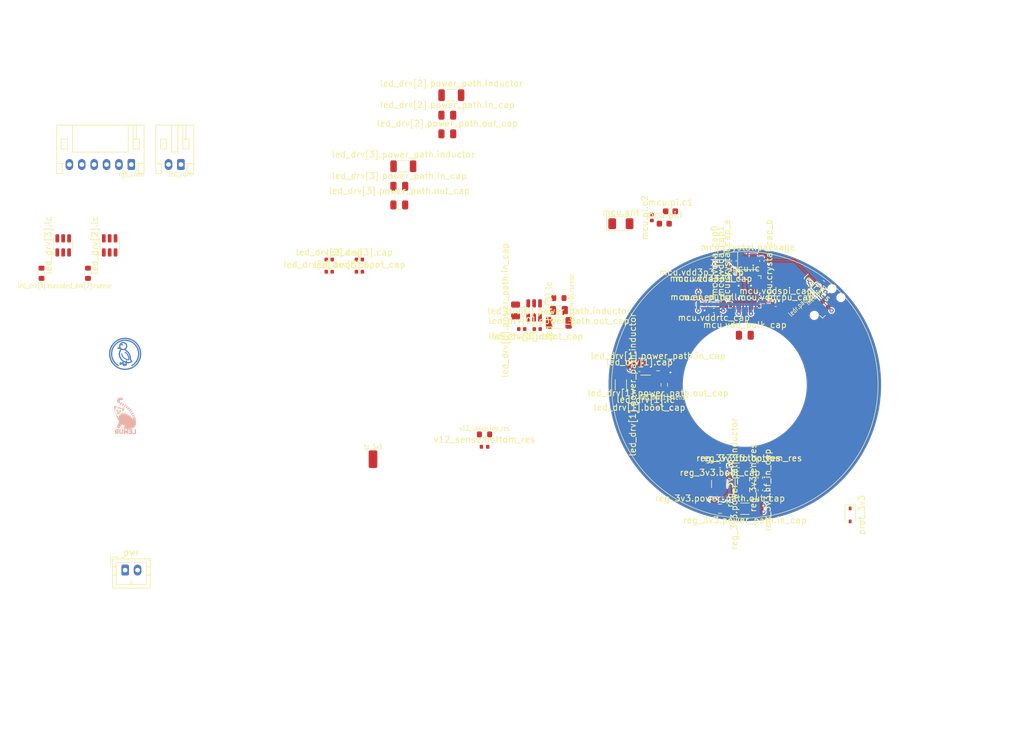
<source format=kicad_pcb>
(kicad_pcb (version 20240108) (generator "pcbnew") (generator_version "8.0")
  (layers (0 "F.Cu" signal) (31 "B.Cu" signal) (34 "B.Paste" user) (35 "F.Paste" user) (36 "B.SilkS" user "B.Silkscreen") (37 "F.SilkS" user "F.Silkscreen") (38 "B.Mask" user) (39 "F.Mask" user) (44 "Edge.Cuts" user))
  (net 0 "")
  (net 1 "Lv3v3")
  (net 2 "Lgnd")
  (net 3 "Lled_drv[3].ledk")
  (net 4 "Lled_drv[2].ledk")
  (net 5 "Lled_drv[1].ledk")
  (net 6 "Lled_drv[0].ledk")
  (net 7 "Lv12")
  (net 8 "Lv12_sense.output")
  (net 9 "Lledr.res.a")
  (net 10 "Lreg_3v3.fb.output")
  (net 11 "Lmcu.program_en_node")
  (net 12 "Lreg_3v3.en_res.b")
  (net 13 "Lreg_3v3.boot_cap.pos")
  (net 14 "Lreg_3v3.boot_cap.neg")
  (net 15 "Lled_drv[2].boot_cap.pos")
  (net 16 "Lled_drv[2].pwm")
  (net 17 "Lled_drv[2].boot_cap.neg")
  (net 18 "Lled_drv[3].boot_cap.pos")
  (net 19 "Lled_drv[3].boot_cap.neg")
  (net 20 "Lled_drv[3].pwm")
  (net 21 "Lled_drv[1].boot_cap.neg")
  (net 22 "Lled_drv[1].boot_cap.pos")
  (net 23 "Lled_drv[1].pwm")
  (net 24 "Lled_drv[0].boot_cap.pos")
  (net 25 "Lled_drv[0].boot_cap.neg")
  (net 26 "Lled_drv[0].pwm")
  (net 27 "Lmcu.ic.vdd3p3")
  (net 28 "Lmcu.xtal_node.xo")
  (net 29 "Lmcu.ic.lna_in")
  (net 30 "Lmcu.xtal_node.xi")
  (net 31 "Lmcu.program_uart_node.a_tx")
  (net 32 "Lmcu.program_uart_node.b_tx")
  (net 33 "Lmcu.program_boot_node")
  (net 34 "Lled_drv[3].leda")
  (net 35 "Lled_drv[2].leda")
  (net 36 "Lled_drv[1].leda")
  (net 37 "Lled_drv[0].leda")
  (net 38 "Lmcu.pi.output")
  (footprint "Capacitor_SMD:C_0402_1005Metric" (layer "F.Cu") (at 198.25 80 90)
    (property "Reference" "mcu.crystal.cap_a")
    (property "Value" "50V 18pF C0G ±5% 0402 Multilayer Ceramic Capacitors MLCC - SMD/SMT ROHS")
  )
  (footprint "Inductor_SMD:L_1206_3216Metric" (layer "F.Cu") (at 180 100 -90)
    (property "Reference" "led_drv[1].power_path.inductor")
    (property "Value" "980mA 4.7uH ±20% 320m? 1206 Inductors (SMD) ROHS")
  )
  (footprint "Inductor_SMD:L_1210_3225Metric" (layer "F.Cu") (at 196 116 -90)
    (property "Reference" "reg_3v3.power_path.inductor")
    (property "Value" "620mA 22uH ±10% 270m? 1210 Inductors (SMD) ROHS")
  )
  (footprint "MountingHole:MountingHole_2.7mm_M2.5" (layer "F.Cu") (at 108.660254 95)
    (property "Reference" "REF**" (hide yes))
    (property "Value" "MountingHole_2.7mm_M2.5")
  )
  (footprint "Resistor_SMD:R_0402_1005Metric" (layer "F.Cu") (at 202.5 115 90)
    (property "Reference" "reg_3v3.en_res")
    (property "Value" "±1% 1/16W Thick Film Resistors 50V ±100ppm/? -55?~+155? 510k? 0402 Chip Resistor - Surface Mount ROHS")
  )
  (footprint "Capacitor_SMD:C_0402_1005Metric" (layer "F.Cu") (at 202.5 117 -90)
    (property "Reference" "reg_3v3.hf_in_cap")
    (property "Value" "50V 100nF X7R ±10% 0402 Multilayer Ceramic Capacitors MLCC - SMD/SMT ROHS")
  )
  (footprint "Connector:Tag-Connect_TC2030-IDC-NL_2x03_P1.27mm_Vertical" (layer "F.Cu") (at 213 87 45)
    (property "Reference" "mcu.prog")
    (property "Value" "")
  )
  (footprint "Capacitor_SMD:C_0402_1005Metric" (layer "F.Cu") (at 132.93 79.78)
    (property "Reference" "led_drv[2].cap")
    (property "Value" "50V 100nF X7R ±10% 0402 Multilayer Ceramic Capacitors MLCC - SMD/SMT ROHS")
  )
  (footprint "Capacitor_SMD:C_0603_1608Metric" (layer "F.Cu") (at 188 72)
    (property "Reference" "mcu.pi.c1")
    (property "Value" "50V 8.2pF C0G ±0.25pF 0603 Multilayer Ceramic Capacitors MLCC - SMD/SMT ROHS")
  )
  (footprint "edg:JlcToolingHole_1.152mm" (layer "F.Cu") (at 112.5 62.5)
    (property "Reference" "jlc_th.th2" (hide yes))
    (property "Value" "")
  )
  (footprint "Capacitor_SMD:C_0805_2012Metric" (layer "F.Cu") (at 151.99 56.49)
    (property "Reference" "led_drv[2].power_path.in_cap")
    (property "Value" "50V 10uF X5R ±10% 0805 Multilayer Ceramic Capacitors MLCC - SMD/SMT ROHS")
  )
  (footprint "Package_DFN_QFN:QFN-32-1EP_5x5mm_P0.5mm_EP3.65x3.65mm" (layer "F.Cu") (at 200 85)
    (property "Reference" "mcu.ic")
    (property "Value" "ESP32-C3FH4")
  )
  (footprint "Resistor_SMD:R_0402_1005Metric" (layer "F.Cu") (at 158 110)
    (property "Reference" "v12_sense.bottom_res")
    (property "Value" "±1% 1/16W Thick Film Resistors 50V ±100ppm/? -55?~+155? 10k? 0402 Chip Resistor - Surface Mount ROHS")
  )
  (footprint "Resistor_SMD:R_0402_1005Metric" (layer "F.Cu") (at 193 87)
    (property "Reference" "mcu.en_pull.r")
    (property "Value" "±1% 1/16W Thick Film Resistors 50V ±100ppm/? -55?~+155? 10k? 0402 Chip Resistor - Surface Mount ROHS")
  )
  (footprint "Capacitor_SMD:C_0805_2012Metric" (layer "F.Cu") (at 196 120)
    (property "Reference" "reg_3v3.power_path.out_cap")
    (property "Value" "X5R 25V ±10% 10uF 0805 Multilayer Ceramic Capacitors MLCC - SMD/SMT ROHS")
  )
  (footprint "Capacitor_SMD:C_0805_2012Metric" (layer "F.Cu") (at 170 88 180)
    (property "Reference" "led_drv[0].power_path.out_cap")
    (property "Value" "X5R 25V ±10% 10uF 0805 Multilayer Ceramic Capacitors MLCC - SMD/SMT ROHS")
  )
  (footprint "Resistor_SMD:R_0603_1608Metric" (layer "F.Cu") (at 158 108 180)
    (property "Reference" "v12_sense.top_res")
    (property "Value" "±1% 1/10W Thick Film Resistors 75V ±100ppm/? -55?~+155? 91k? 0603 Chip Resistor - Surface Mount ROHS")
  )
  (footprint "edg:JlcToolingHole_1.152mm" (layer "F.Cu") (at 112.5 137.5)
    (property "Reference" "jlc_th.th1" (hide yes))
    (property "Value" "")
  )
  (footprint "Resistor_SMD:R_0603_1608Metric" (layer "F.Cu") (at 187 100 -90)
    (property "Reference" "led_drv[1].rsense")
    (property "Value" "±1% 1/10W Thick Film Resistors 75V ±300ppm/? -55?~+155? 0.15? 0603 Chip Resistor - Surface Mount ROHS")
  )
  (footprint "LED_SMD:LED_0603_1608Metric" (layer "F.Cu") (at 211 85 -135)
    (property "Reference" "ledr.package")
    (property "Value" "Red 615~630nm 1.9~2.2V 0603 Light Emitting Diodes (LED) RoHS")
  )
  (footprint "Capacitor_SMD:C_0402_1005Metric" (layer "F.Cu") (at 193 83)
    (property "Reference" "mcu.vdd3p3_l_cap")
    (property "Value" "16V 100nF X7R ±10% 0402 Multilayer Ceramic Capacitors MLCC - SMD/SMT ROHS")
  )
  (footprint "Capacitor_SMD:C_0805_2012Metric" (layer "F.Cu") (at 144.24 70.97)
    (property "Reference" "led_drv[3].power_path.out_cap")
    (property "Value" "X5R 25V ±10% 10uF 0805 Multilayer Ceramic Capacitors MLCC - SMD/SMT ROHS")
  )
  (footprint "Package_TO_SOT_SMD:SOT-23-6" (layer "F.Cu") (at 90 77.5 90)
    (property "Reference" "led_drv[3].ic")
    (property "Value" "TPS92200D2DDCR")
  )
  (footprint "Capacitor_SMD:C_0402_1005Metric" (layer "F.Cu") (at 166.5 91 180)
    (property "Reference" "led_drv[0].boot_cap")
    (property "Value" "16V 100nF X7R ±10% 0402 Multilayer Ceramic Capacitors MLCC - SMD/SMT ROHS")
  )
  (footprint "Inductor_SMD:L_1206_3216Metric" (layer "F.Cu") (at 152.64 53.26)
    (property "Reference" "led_drv[2].power_path.inductor")
    (property "Value" "980mA 4.7uH ±20% 320m? 1206 Inductors (SMD) ROHS")
  )
  (footprint "Diode_SMD:D_1206_3216Metric" (layer "F.Cu") (at 180 74)
    (property "Reference" "mcu.ant")
    (property "Value" "1206 Antennas ROHS")
  )
  (footprint "Capacitor_SMD:C_0805_2012Metric" (layer "F.Cu") (at 186 103)
    (property "Reference" "led_drv[1].power_path.out_cap")
    (property "Value" "X5R 25V ±10% 10uF 0805 Multilayer Ceramic Capacitors MLCC - SMD/SMT ROHS")
  )
  (footprint "Capacitor_SMD:C_0402_1005Metric" (layer "F.Cu") (at 132.93 81.75)
    (property "Reference" "led_drv[2].boot_cap")
    (property "Value" "16V 100nF X7R ±10% 0402 Multilayer Ceramic Capacitors MLCC - SMD/SMT ROHS")
  )
  (footprint "MountingHole:MountingHole_2.7mm_M2.5" (layer "F.Cu") (at 108.660254 105)
    (property "Reference" "REF**" (hide yes))
    (property "Value" "MountingHole_2.7mm_M2.5")
  )
  (footprint "Capacitor_SMD:C_0402_1005Metric" (layer "F.Cu") (at 205 86)
    (property "Reference" "mcu.vddspi_cap")
    (property "Value" "25V 1uF X5R ±10% 0402 Multilayer Ceramic Capacitors MLCC - SMD/SMT ROHS")
  )
  (footprint "Capacitor_SMD:C_0805_2012Metric" (layer "F.Cu") (at 186 97)
    (property "Reference" "led_drv[1].power_path.in_cap")
    (property "Value" "50V 10uF X5R ±10% 0805 Multilayer Ceramic Capacitors MLCC - SMD/SMT ROHS")
  )
  (footprint "Diode_SMD:D_SOD-323" (layer "F.Cu") (at 217 121 -90)
    (property "Reference" "prot_3v3")
    (property "Value" "5?A@1V 90? Single 3.53V~3.67V 200mW 3.6V SOD-323 Zener Diodes ROHS")
  )
  (footprint "Package_TO_SOT_SMD:SOT-23-6" (layer "F.Cu") (at 184 100 180)
    (property "Reference" "led_drv[1].ic")
    (property "Value" "TPS92200D2DDCR")
  )
  (footprint "edg:TestPoint_TE_RCT_0805" (layer "F.Cu") (at 140 112 -90)
    (property "Reference" "tp_3v3")
    (property "Value" "v3v3")
  )
  (footprint "MountingHole:MountingHole_2.7mm_M2.5" (layer "F.Cu") (at 90 100)
    (property "Reference" "REF**" (hide yes))
    (property "Value" "MountingHole_2.7mm_M2.5")
  )
  (footprint "Resistor_SMD:R_0402_1005Metric" (layer "F.Cu") (at 212.5 83.5 135)
    (property "Reference" "ledr.res")
    (property "Value" "±1% 1/16W Thick Film Resistors 50V ±100ppm/? -55?~+155? 2.4k? 0402 Chip Resistor - Surface Mount ROHS")
  )
  (footprint "Connector_JST:JST_PH_S2B-PH-K_1x02_P2.00mm_Horizontal" (layer "F.Cu") (at 109 64.45 180)
    (property "Reference" "led_conn")
    (property "Value" "S2B-PH-K")
  )
  (footprint "Capacitor_SMD:C_0402_1005Metric" (layer "F.Cu") (at 196.25 80 90)
    (property "Reference" "mcu.vdda_cap0")
    (property "Value" "25V 1uF X5R ±10% 0402 Multilayer Ceramic Capacitors MLCC - SMD/SMT ROHS")
  )
  (footprint "Connector_JST:JST_PH_B2B-PH-K_1x02_P2.00mm_Vertical" (layer "F.Cu") (at 100 129.9)
    (property "Reference" "pwr")
    (property "Value" "B2B-PH-K")
  )
  (footprint "Capacitor_SMD:C_0402_1005Metric" (layer "F.Cu") (at 196 113 180)
    (property "Reference" "reg_3v3.boot_cap")
    (property "Value" "16V 100nF X7R ±10% 0402 Multilayer Ceramic Capacitors MLCC - SMD/SMT ROHS")
  )
  (footprint "Connector_JST:JST_PH_S6B-PH-K_1x06_P2.00mm_Horizontal" (layer "F.Cu") (at 101 64.45 180)
    (property "Reference" "rgb_conn")
    (property "Value" "S6B-PH-K")
  )
  (footprint "Capacitor_SMD:C_0805_2012Metric" (layer "F.Cu") (at 200 92)
    (property "Reference" "mcu.vdd_bulk_cap")
    (property "Value" "X5R 25V ±10% 10uF 0805 Multilayer Ceramic Capacitors MLCC - SMD/SMT ROHS")
  )
  (footprint "Package_TO_SOT_SMD:SOT-23-6" (layer "F.Cu") (at 166 88 -90)
    (property "Reference" "led_drv[0].ic")
    (property "Value" "TPS92200D2DDCR")
  )
  (footprint "Inductor_SMD:L_1206_3216Metric" (layer "F.Cu") (at 144.89 64.73)
    (property "Reference" "led_drv[3].power_path.inductor")
    (property "Value" "980mA 4.7uH ±20% 320m? 1206 Inductors (SMD) ROHS")
  )
  (footprint "MountingHole:MountingHole_2.7mm_M2.5" (layer "F.Cu") (at 91.339746 95)
    (property "Reference" "REF**" (hide yes))
    (property "Value" "MountingHole_2.7mm_M2.5")
  )
  (footprint "MountingHole:MountingHole_2.7mm_M2.5" (layer "F.Cu") (at 110 100)
    (property "Reference" "REF**" (hide yes))
    (property "Value" "MountingHole_2.7mm_M2.5")
  )
  (footprint "Resistor_SMD:R_0603_1608Metric" (layer "F.Cu") (at 86.5 82 -90)
    (property "Reference" "led_drv[3].rsense")
    (property "Value" "±1% 1/10W Thick Film Resistors 75V ±300ppm/? -55?~+155? 0.15? 0603 Chip Resistor - Surface Mount ROHS")
  )
  (footprint "Package_TO_SOT_SMD:SOT-23-6" (layer "F.Cu") (at 97.5 77.5 90)
    (property "Reference" "led_drv[2].ic")
    (property "Value" "TPS92200D2DDCR")
  )
  (footprint "Capacitor_SMD:C_0402_1005Metric" (layer "F.Cu") (at 202.75 80 -90)
    (property "Reference" "mcu.crystal.cap_b")
    (property "Value" "50V 18pF C0G ±5% 0402 Multilayer Ceramic Capacitors MLCC - SMD/SMT ROHS")
  )
  (footprint "Resistor_SMD:R_0603_1608Metric" (layer "F.Cu") (at 94 82 -90)
    (property "Reference" "led_drv[2].rsense")
    (property "Value" "±1% 1/10W Thick Film Resistors 75V ±300ppm/? -55?~+155? 0.15? 0603 Chip Resistor - Surface Mount ROHS")
  )
  (footprint "Resistor_SMD:R_0603_1608Metric" (layer "F.Cu") (at 170 86)
    (property "Reference" "led_drv[0].rsense")
    (property "Value" "±1% 1/10W Thick Film Resistors 75V ±300ppm/? -55?~+155? 0.15? 0603 Chip Resistor - Surface Mount ROHS")
  )
  (footprint "MountingHole:MountingHole_2.7mm_M2.5" (layer "F.Cu") (at 91.339746 105)
    (property "Reference" "REF**" (hide yes))
    (property "Value" "MountingHole_2.7mm_M2.5")
  )
  (footprint "Capacitor_SMD:C_0402_1005Metric" (layer "F.Cu") (at 164 91 180)
    (property "Reference" "led_drv[0].cap")
    (property "Value" "50V 100nF X7R ±10% 0402 Multilayer Ceramic Capacitors MLCC - SMD/SMT ROHS")
  )
  (footprint "Capacitor_SMD:C_0805_2012Metric" (layer "F.Cu") (at 151.99 59.5)
    (property "Reference" "led_drv[2].power_path.out_cap")
    (property "Value" "X5R 25V ±10% 10uF 0805 Multilayer Ceramic Capacitors MLCC - SMD/SMT ROHS")
  )
  (footprint "Capacitor_SMD:C_0402_1005Metric" (layer "F.Cu") (at 195 87)
    (property "Reference" "mcu.en_pull.c")
    (property "Value" "25V 1uF X5R ±10% 0402 Multilayer Ceramic Capacitors MLCC - SMD/SMT ROHS")
  )
  (footprint "Capacitor_SMD:C_0805_2012Metric" (layer "F.Cu") (at 163 88 90)
    (property "Reference" "led_drv[0].power_path.in_cap")
    (property "Value" "50V 10uF X5R ±10% 0805 Multilayer Ceramic Capacitors MLCC - SMD/SMT ROHS")
  )
  (footprint "Capacitor_SMD:C_0805_2012Metric" (layer "F.Cu") (at 144.24 67.96)
    (property "Reference" "led_drv[3].power_path.in_cap")
    (property "Value" "50V 10uF X5R ±10% 0805 Multilayer Ceramic Capacitors MLCC - SMD/SMT ROHS")
  )
  (footprint "Capacitor_SMD:C_0402_1005Metric" (layer "F.Cu") (at 205 87)
    (property "Reference" "mcu.vddcpu_cap")
    (property "Value" "16V 100nF X7R ±10% 0402 Multilayer Ceramic Capacitors MLCC - SMD/SMT ROHS")
  )
  (footprint "Resistor_SMD:R_0402_1005Metric" (layer "F.Cu") (at 201 113)
    (property "Reference" "reg_3v3.fb.bottom_res")
    (property "Value" "±1% 1/16W Thick Film Resistors 50V ±100ppm/? -55?~+155? 1.5k? 0402 Chip Resistor - Surface Mount ROHS")
  )
  (footprint "Capacitor_SMD:C_0402_1005Metric" (layer "F.Cu") (at 197.25 80 90)
    (property "Reference" "mcu.vdda_cap1")
    (property "Value" "50V 10nF X7R ±10% 0402 Multilayer Ceramic Capacitors MLCC - SMD/SMT ROHS")
  )
  (footprint "Package_TO_SOT_SMD:SOT-23-6" (layer "F.Cu") (at 200 116 90)
    (property "Reference" "reg_3v3.ic")
    (property "Value" "TPS54202H")
  )
  (footprint "Capacitor_SMD:C_1206_3216Metric" (layer "F.Cu") (at 200 120 180)
    (property "Reference" "reg_3v3.power_path.in_cap")
    (property "Value" "25V 22uF X5R ±10% 1206 Multilayer Ceramic Capacitors MLCC - SMD/SMT ROHS")
  )
  (footprint "Capacitor_SMD:C_0402_1005Metric" (layer "F.Cu") (at 195 88 180)
    (property "Reference" "mcu.vddrtc_cap")
    (property "Value" "16V 100nF X7R ±10% 0402 Multilayer Ceramic Capacitors MLCC - SMD/SMT ROHS")
  )
  (footprint "Capacitor_SMD:C_0402_1005Metric" (layer "F.Cu") (at 183 102.5 180)
    (property "Reference" "led_drv[1].boot_cap")
    (property "Value" "16V 100nF X7R ±10% 0402 Multilayer Ceramic Capacitors MLCC - SMD/SMT ROHS")
  )
  (footprint "Capacitor_SMD:C_0402_1005Metric" (layer "F.Cu") (at 195 84)
    (property "Reference" "mcu.vdd3p3_cap")
    (property "Value" "16V 100nF X7R ±10% 0402 Multilayer Ceramic Capacitors MLCC - SMD/SMT ROHS")
  )
  (footprint "Crystal:Crystal_SMD_2520-4Pin_2.5x2.0mm" (layer "F.Cu") (at 200.5 80)
    (property "Reference" "mcu.crystal.package")
    (property "Value" "SMD2520-4P Crystals ROHS")
  )
  (footprint "Capacitor_SMD:C_0402_1005Metric" (layer "F.Cu") (at 137.8 81.75)
    (property "Reference" "led_drv[3].boot_cap")
    (property "Value" "16V 100nF X7R ±10% 0402 Multilayer Ceramic Capacitors MLCC - SMD/SMT ROHS")
  )
  (footprint "Inductor_SMD:L_0402_1005Metric" (layer "F.Cu") (at 193 84)
    (property "Reference" "mcu.vdd3p3_l")
    (property "Value" "300mA 2nH ±0.3nH 200m? 0402 Inductors (SMD) ROHS")
  )
  (footprint "Capacitor_SMD:C_0402_1005Metric" (layer "F.Cu") (at 183 97.5)
    (property "Reference" "led_drv[1].cap")
    (property "Value" "50V 100nF X7R ±10% 0402 Multilayer Ceramic Capacitors MLCC - SMD/SMT ROHS")
  )
  (footprint "Inductor_SMD:L_0603_1608Metric" (layer "F.Cu") (at 187 74)
    (property "Reference" "mcu.pi.l")
    (property "Value" "500mA 1.2nH ±5% 50m? 0603 Inductors (SMD) ROHS")
  )
  (footprint "edg:JlcToolingHole_1.152mm" (layer "F.Cu") (at 87.5 62.5)
    (property "Reference" "jlc_th.th3" (hide yes))
    (property "Value" "")
  )
  (footprint "Resistor_SMD:R_0402_1005Metric" (layer "F.Cu") (at 199 113)
    (property "Reference" "reg_3v3.fb.top_res")
    (property "Value" "±1% 1/16W Thick Film Resistors 50V ±100ppm/? -55?~+155? 6.8k? 0402 Chip Resistor - Surface Mount ROHS")
  )
  (footprint "Capacitor_SMD:C_0402_1005Metric" (layer "F.Cu") (at 185 73 90)
    (property "Reference" "mcu.pi.c2")
    (property "Value" "50V 6.8pF C0G ±0.25pF 0402 Multilayer Ceramic Capacitors MLCC - SMD/SMT ROHS")
  )
  (footprint "Capacitor_SMD:C_0402_1005Metric" (layer "F.Cu") (at 137.8 79.78)
    (property "Reference" "led_drv[3].cap")
    (property "Value" "50V 100nF X7R ±10% 0402 Multilayer Ceramic Capacitors MLCC - SMD/SMT ROHS")
  )
  (footprint "Inductor_SMD:L_1206_3216Metric" (layer "F.Cu") (at 170 90)
    (property "Reference" "led_drv[0].power_path.inductor")
    (property "Value" "980mA 4.7uH ±20% 320m? 1206 Inductors (SMD) ROHS")
  )
  (footprint "edg:Symbol_Duckling" (layer "B.Cu") (at 100 95 180)
    (property "Reference" "UU4" (hide yes))
    (property "Value" "Duck" (hide yes))
  )
  (footprint "edg:Symbol_LemurSmall" (layer "B.Cu") (at 100 105 180)
    (property "Reference" "UU5" (hide yes))
    (property "Value" "Lemur" (hide yes))
  )
  (gr_circle (center 200 100) (end 221.5 100) (stroke (width 0.1)) (fill none) (layer "F.SilkS"))
  (gr_circle (center 200 100) (end 200 90) (stroke (width 0.0381)) (fill none) (layer "Edge.Cuts"))
  (gr_circle (center 200 100) (end 200 78) (stroke (width 0.0381)) (fill none) (layer "Edge.Cuts"))
  (segment (start 197.525 85.75) (end 196.93 85.75) (width 0.16) (layer "F.Cu") (net 1))
  (segment (start 203.5 86) (end 204.52 86) (width 0.2) (layer "F.Cu") (net 1))
  (segment (start 197.5 113) (end 198.49 113) (width 0.2) (layer "F.Cu") (net 1))
  (segment (start 195.25 80.5) (end 197.25 80.5) (width 0.2) (layer "F.Cu") (net 1))
  (segment (start 196.23 80.5) (end 196.25 80.48) (width 0.2) (layer "F.Cu") (net 1))
  (segment (start 204.52 87) (end 203.5 87) (width 0.2) (layer "F.Cu") (net 1))
  (segment (start 198.75 82) (end 198.75 82.525) (width 0.2) (layer "F.Cu") (net 1))
  (segment (start 200.75 87.475) (end 200.75 88.25) (width 0.2) (layer "F.Cu") (net 1))
  (segment (start 196.93 85.75) (end 196.75 85.93) (width 0.16) (layer "F.Cu") (net 1))
  (segment (start 203.25 86.75) (end 202.475 86.75) (width 0.2) (layer "F.Cu") (net 1))
  (segment (start 199.25 88.25) (end 199 88.5) (width 0.2) (layer "F.Cu") (net 1))
  (segment (start 197.25 80.48) (end 197.25 81) (width 0.2) (layer "F.Cu") (net 1))
  (segment (start 195.48 88) (end 196.5 88) (width 0.2) (layer "F.Cu") (net 1))
  (segment (start 192.75 86.25) (end 192.49 86.51) (width 0.16) (layer "F.Cu") (net 1))
  (segment (start 197.25 81) (end 198 81.75) (width 0.2) (layer "F.Cu") (net 1))
  (segment (start 198 81.75) (end 198.5 81.75) (width 0.2) (layer "F.Cu") (net 1))
  (segment (start 196.75 85.93) (end 194.07 85.93) (width 0.16) (layer "F.Cu") (net 1))
  (segment (start 200.75 88.25) (end 201 88.5) (width 0.2) (layer "F.Cu") (net 1))
  (segment (start 203.25 86.25) (end 203.5 86) (width 0.2) (layer "F.Cu") (net 1))
  (segment (start 198.5 81.75) (end 198.75 82) (width 0.2) (layer "F.Cu") (net 1))
  (segment (start 203.5 87) (end 203.25 86.75) (width 0.2) (layer "F.Cu") (net 1))
  (segment (start 193.75 86.25) (end 192.75 86.25) (width 0.16) (layer "F.Cu") (net 1))
  (segment (start 202.475 86.25) (end 203.25 86.25) (width 0.2) (layer "F.Cu") (net 1))
  (segment (start 199.25 87.475) (end 199.25 88.25) (width 0.2) (layer "F.Cu") (net 1))
  (segment (start 192.49 86.51) (end 192.49 87) (width 0.16) (layer "F.Cu") (net 1))
  (segment (start 198.25 82.525) (end 198.25 81.75) (width 0.2) (layer "F.Cu") (net 1))
  (segment (start 192.5 88) (end 192.5 87) (width 0.2) (layer "F.Cu") (net 1))
  (segment (start 195.25 80.5) (end 196.23 80.5) (width 0.2) (layer "F.Cu") (net 1))
  (segment (start 192.5 83) (end 192.5 85) (width 0.2) (layer "F.Cu") (net 1))
  (segment (start 194.07 85.93) (end 193.75 86.25) (width 0.16) (layer "F.Cu") (net 1))
  (segment (start 195.25 80.5) (end 196.25 80.5) (width 0.2) (layer "F.Cu") (net 1))
  (via (at 192.5 88) (size 0.7) (drill 0.3) (layers "F.Cu" "B.Cu") (net 1))
  (via (at 196.5 118.5) (size 0.7) (drill 0.3) (layers "F.Cu" "B.Cu") (net 1))
  (via (at 195.25 80.5) (size 0.7) (drill 0.3) (layers "F.Cu" "B.Cu") (net 1))
  (via (at 204.5 86.5) (size 0.7) (drill 0.3) (layers "F.Cu" "B.Cu") (net 1))
  (via (at 194.5 118.5) (size 0.7) (drill 0.3) (layers "F.Cu" "B.Cu") (net 1))
  (via (at 201 88.5) (size 0.7) (drill 0.3) (layers "F.Cu" "B.Cu") (net 1))
  (via (at 199 88.5) (size 0.7) (drill 0.3) (layers "F.Cu" "B.Cu") (net 1))
  (via (at 195.5 118.5) (size 0.7) (drill 0.3) (layers "F.Cu" "B.Cu") (net 1))
  (via (at 196.5 88) (size 0.7) (drill 0.3) (layers "F.Cu" "B.Cu") (net 1))
  (via (at 197.5 113) (size 0.7) (drill 0.3) (layers "F.Cu" "B.Cu") (net 1))
  (via (at 192.5 85) (size 0.7) (drill 0.3) (layers "F.Cu" "B.Cu") (net 1))
  (segment (start 202 86) (end 202.5 86.5) (width 0.5) (layer "B.Cu") (net 1))
  (segment (start 192.5 85) (end 192.5 88) (width 0.5) (layer "B.Cu") (net 1))
  (segment (start 196.5 88) (end 196.5 87) (width 0.5) (layer "B.Cu") (net 1))
  (segment (start 201 87) (end 202 87) (width 0.5) (layer "B.Cu") (net 1))
  (segment (start 202.5 86.5) (end 204.5 86.5) (width 0.5) (layer "B.Cu") (net 1))
  (segment (start 199 87) (end 201 87) (width 0.5) (layer "B.Cu") (net 1))
  (segment (start 200 84.5) (end 200.5 85) (width 0.5) (layer "B.Cu") (net 1))
  (segment (start 199 87) (end 199 88.5) (width 0.5) (layer "B.Cu") (net 1))
  (segment (start 199 87) (end 196.5 87) (width 0.5) (layer "B.Cu") (net 1))
  (segment (start 197.5 113) (end 197.5 117.5) (width 0.5) (layer "B.Cu") (net 1))
  (segment (start 197.25 80.5) (end 200 83.25) (width 0.5) (layer "B.Cu") (net 1))
  (segment (start 196.5 118.5) (end 197.5 117.5) (width 0.5) (layer "B.Cu") (net 1))
  (segment (start 200 83.25) (end 200 84.5) (width 0.5) (layer "B.Cu") (net 1))
  (segment (start 201.5 85) (end 202 85.5) (width 0.5) (layer "B.Cu") (net 1))
  (segment (start 196.5 87) (end 192.5 87) (width 0.5) (layer "B.Cu") (net 1))
  (segment (start 194.5 118.5) (end 196.5 118.5) (width 0.5) (layer "B.Cu") (net 1))
  (segment (start 202 85.5) (end 202 86) (width 0.5) (layer "B.Cu") (net 1))
  (segment (start 201 87) (end 201 88.5) (width 0.5) (layer "B.Cu") (net 1))
  (segment (start 200.5 85) (end 201.5 85) (width 0.5) (layer "B.Cu") (net 1))
  (segment (start 202 87) (end 202.5 86.5) (width 0.5) (layer "B.Cu") (net 1))
  (via (at 198 118.5) (size 0.7) (drill 0.3) (layers "F.Cu" "B.Cu") (net 2))
  (via (at 203.75 80.5) (size 0.7) (drill 0.3) (layers "F.Cu" "B.Cu") (net 2))
  (via (at 199 84) (size 0.7) (drill 0.3) (layers "F.Cu" "B.Cu") (net 2))
  (via (at 199.5 118.5) (size 0.7) (drill 0.3) (layers "F.Cu" "B.Cu") (net 2))
  (via (at 188 98) (size 0.7) (drill 0.3) (layers "F.Cu" "B.Cu") (net 2))
  (via (at 194.5 83) (size 0.7) (drill 0.3) (layers "F.Cu" "B.Cu") (net 2))
  (via (at 205.5 86.5) (size 0.7) (drill 0.3) (layers "F.Cu" "B.Cu") (net 2))
  (via (at 199 86) (size 0.7) (drill 0.3) (layers "F.Cu" "B.Cu") (net 2))
  (via (at 188 96) (size 0.7) (drill 0.3) (layers "F.Cu" "B.Cu") (net 2))
  (via (at 188 102) (size 0.7) (drill 0.3) (layers "F.Cu" "B.Cu") (net 2))
  (via (at 204 117) (size 0.7) (drill 0.3) (layers "F.Cu" "B.Cu") (net 2))
  (via (at 204 118) (size 0.7) (drill 0.3) (layers "F.Cu" "B.Cu") (net 2))
  (via (at 188 104) (size 0.7) (drill 0.3) (layers "F.Cu" "B.Cu") (net 2))
  (via (at 195.25 79.5) (size 0.7) (drill 0.3) (layers "F.Cu" "B.Cu") (net 2))
  (via (at 201 86) (size 0.7) (drill 0.3) (layers "F.Cu" "B.Cu") (net 2))
  (via (at 201 84) (size 0.7) (drill 0.3) (layers "F.Cu" "B.Cu") (net 2))
  (via (at 193.5 88) (size 0.7) (drill 0.3) (layers "F.Cu" "B.Cu") (net 2))
  (segment (start 185.1375 100.95) (end 186.05 100.95) (width 0.5) (layer "F.Cu") (net 5))
  (segment (start 187 100.825) (end 186.175 100.825) (width 0.5) (layer "F.Cu") (net 5))
  (segment (start 186.05 100.95) (end 186.175 100.825) (width 0.5) (layer "F.Cu") (net 5))
  (via (at 181.5 97.5) (size 0.7) (drill 0.3) (layers "F.Cu" "B.Cu") (net 7))
  (via (at 182.5 96.5) (size 0.7) (drill 0.3) (layers "F.Cu" "B.Cu") (net 7))
  (via (at 203 119.5) (size 0.7) (drill 0.3) (layers "F.Cu" "B.Cu") (net 7))
  (via (at 183.5 96.5) (size 0.7) (drill 0.3) (layers "F.Cu" "B.Cu") (net 7))
  (via (at 203 120.5) (size 0.7) (drill 0.3) (layers "F.Cu" "B.Cu") (net 7))
  (via (at 181.5 96.5) (size 0.7) (drill 0.3) (layers "F.Cu" "B.Cu") (net 7))
  (segment (start 212.221248 84.5) (end 212 84.5) (width 0.2) (layer "F.Cu") (net 9))
  (segment (start 212.860624 83.860624) (end 212.221248 84.5) (width 0.2) (layer "F.Cu") (net 9))
  (segment (start 199.51 113) (end 200.49 113) (width 0.2) (layer "F.Cu") (net 10))
  (segment (start 200.95 114.8625) (end 200.95 113.95) (width 0.2) (layer "F.Cu") (net 10))
  (segment (start 200.49 113.49) (end 200.49 113) (width 0.2) (layer "F.Cu") (net 10))
  (segment (start 200.95 113.95) (end 200.49 113.49) (width 0.2) (layer "F.Cu") (net 10))
  (segment (start 213.449013 85.449013) (end 213 85) (width 0.16) (layer "F.Cu") (net 11))
  (segment (start 194.25 86.25) (end 195.5 86.25) (width 0.16) (layer "F.Cu") (net 11))
  (segment (start 213.449013 85.652962) (end 213.449013 85.449013) (width 0.16) (layer "F.Cu") (net 11))
  (segment (start 194 86.5) (end 194.25 86.25) (width 0.16) (layer "F.Cu") (net 11))
  (segment (start 193.51 87) (end 194 87) (width 0.16) (layer "F.Cu") (net 11))
  (segment (start 194 87) (end 194.52 87) (width 0.16) (layer "F.Cu") (net 11))
  (segment (start 195.5 86.25) (end 197.525 86.25) (width 0.16) (layer "F.Cu") (net 11))
  (segment (start 194 87) (end 194 86.5) (width 0.16) (layer "F.Cu") (net 11))
  (via (at 213 85) (size 0.7) (drill 0.3) (layers "F.Cu" "B.Cu") (net 11))
  (segment (start 204 80) (end 203 79) (width 0.16) (layer "B.Cu") (net 11))
  (segment (start 202 79) (end 200 79) (width 0.16) (layer "B.Cu") (net 11))
  (segment (start 208 80) (end 204 80) (width 0.16) (layer "B.Cu") (net 11))
  (segment (start 213 85) (end 208 80) (width 0.16) (layer "B.Cu") (net 11))
  (segment (start 203 79) (end 202 79) (width 0.16) (layer "B.Cu") (net 11))
  (segment (start 201.75 114.75) (end 202.01 114.49) (width 0.2) (layer "F.Cu") (net 12))
  (segment (start 201.5 116) (end 201.75 115.75) (width 0.2) (layer "F.Cu") (net 12))
  (segment (start 201.75 115.75) (end 201.75 114.75) (width 0.2) (layer "F.Cu") (net 12))
  (segment (start 202.01 114.49) (end 202.5 114.49) (width 0.2) (layer "F.Cu") (net 12))
  (segment (start 200.5 116) (end 201.5 116) (width 0.2) (layer "F.Cu") (net 12))
  (segment (start 200 115.5) (end 200.5 116) (width 0.2) (layer "F.Cu") (net 12))
  (segment (start 200 114.8625) (end 200 115.5) (width 0.2) (layer "F.Cu") (net 12))
  (segment (start 196.48 113.48) (end 196.61 113.61) (width 0.2) (layer "F.Cu") (net 13))
  (segment (start 198.289088 114.5) (end 199 114.5) (width 0.2) (layer "F.Cu") (net 13))
  (segment (start 199.05 114.55) (end 199.05 114.8625) (width 0.2) (layer "F.Cu") (net 13))
  (segment (start 196.48 113) (end 196.48 113.48) (width 0.2) (layer "F.Cu") (net 13))
  (segment (start 196.61 113.61) (end 197.399088 113.61) (width 0.2) (layer "F.Cu") (net 13))
  (segment (start 197.399088 113.61) (end 198.289088 114.5) (width 0.2) (layer "F.Cu") (net 13))
  (segment (start 199 114.5) (end 199.05 114.55) (width 0.2) (layer "F.Cu") (net 13))
  (segment (start 195.52 113) (end 195.52 114.48) (width 0.2) (layer "F.Cu") (net 14))
  (segment (start 195.52 114.48) (end 195.5 114.5) (width 0.2) (layer "F.Cu") (net 14))
  (segment (start 182.52 102.5) (end 182 102.5) (width 0.2) (layer "F.Cu") (net 21))
  (segment (start 182 102.5) (end 181.75 102.25) (width 0.2) (layer "F.Cu") (net 21))
  (segment (start 181.75 102.25) (end 181.75 100.350001) (width 0.2) (layer "F.Cu") (net 21))
  (segment (start 181.75 100.350001) (end 182.100001 100) (width 0.2) (layer "F.Cu") (net 21))
  (segment (start 182.100001 100) (end 182.8625 100) (width 0.2) (layer "F.Cu") (net 21))
  (segment (start 183.48 102.5) (end 183.48 101.78375) (width 0.2) (layer "F.Cu") (net 22))
  (segment (start 183.48 101.78375) (end 183.25 101.55375) (width 0.2) (layer "F.Cu") (net 22))
  (segment (start 183.25 101.55375) (end 183.25 101) (width 0.2) (layer "F.Cu") (net 22))
  (segment (start 193.485 84) (end 194 84) (width 0.2) (layer "F.Cu") (net 27))
  (segment (start 197.525 84.25) (end 197 84.25) (width 0.2) (layer "F.Cu") (net 27))
  (segment (start 197 83.75) (end 196.75 84) (width 0.2) (layer "F.Cu") (net 27))
  (segment (start 194.25 84.75) (end 195.75 84.75) (width 0.2) (layer "F.Cu") (net 27))
  (segment (start 194 84.5) (end 194.25 84.75) (width 0.2) (layer "F.Cu") (net 27))
  (segment (start 197 84.25) (end 196.75 84) (width 0.2) (layer "F.Cu") (net 27))
  (segment (start 194 84) (end 194 84.5) (width 0.2) (layer "F.Cu") (net 27))
  (segment (start 194 84) (end 194.52 84) (width 0.2) (layer "F.Cu") (net 27))
  (segment (start 197.525 83.75) (end 197 83.75) (width 0.2) (layer "F.Cu") (net 27))
  (segment (start 196.5 84) (end 196.75 84) (width 0.2) (layer "F.Cu") (net 27))
  (segment (start 195.75 84.75) (end 196.5 84) (width 0.2) (layer "F.Cu") (net 27))
  (segment (start 201.375 79.3) (end 201.3 79.3) (width 0.16) (layer "F.Cu") (net 28))
  (segment (start 201.3 79.3) (end 200.5 80.1) (width 0.16) (layer "F.Cu") (net 28))
  (segment (start 199.75 82) (end 199.75 82.525) (width 0.16) (layer "F.Cu") (net 28))
  (segment (start 201.595 79.52) (end 201.375 79.3) (width 0.16) (layer "F.Cu") (net 28))
  (segment (start 200.5 81.25) (end 199.75 82) (width 0.16) (layer "F.Cu") (net 28))
  (segment (start 200.5 80.1) (end 200.5 81.25) (width 0.16) (layer "F.Cu") (net 28))
  (segment (start 202.75 79.52) (end 201.595 79.52) (width 0.16) (layer "F.Cu") (net 28))
  (segment (start 199.25 82.525) (end 199.25 81.75) (width 0.16) (layer "F.Cu") (net 30))
  (segment (start 199.25 81.75) (end 199.625 81.375) (width 0.16) (layer "F.Cu") (net 30))
  (segment (start 199.405 80.48) (end 199.625 80.7) (width 0.16) (layer "F.Cu") (net 30))
  (segment (start 198.25 80.48) (end 199.405 80.48) (width 0.16) (layer "F.Cu") (net 30))
  (segment (start 199.625 81.375) (end 199.625 80.7) (width 0.16) (layer "F.Cu") (net 30))
  (segment (start 201 81.5) (end 208 81.5) (width 0.16) (layer "F.Cu") (net 31))
  (segment (start 200.25 82.525) (end 200.25 82.150001) (width 0.16) (layer "F.Cu") (net 31))
  (segment (start 200.900001 81.5) (end 201 81.5) (width 0.16) (layer "F.Cu") (net 31))
  (segment (start 208.5 81.5) (end 210.5 83.5) (width 0.16) (layer "F.Cu") (net 31))
  (segment (start 214 88) (end 213.449013 87.449013) (width 0.16) (layer "F.Cu") (net 31))
  (segment (start 200.25 82.150001) (end 200.900001 81.5) (width 0.16) (layer "F.Cu") (net 31))
  (segment (start 208 81.5) (end 208.5 81.5) (width 0.16) (layer "F.Cu") (net 31))
  (via (at 210.5 83.5) (size 0.7) (drill 0.3) (layers "F.Cu" "B.Cu") (net 31))
  (via (at 214 88) (size 0.7) (drill 0.3) (layers "F.Cu" "B.Cu") (net 31))
  (segment (start 210.5 84.5) (end 210.5 83.5) (width 0.16) (layer "B.Cu") (net 31))
  (segment (start 214 88) (end 210.5 84.5) (width 0.16) (layer "B.Cu") (net 31))
  (segment (start 212.550987 86.550987) (end 207.82 81.82) (width 0.16) (layer "F.Cu") (net 32))
  (segment (start 201.080001 81.82) (end 200.75 82.150001) (width 0.16) (layer "F.Cu") (net 32))
  (segment (start 207.82 81.82) (end 201.080001 81.82) (width 0.16) (layer "F.Cu") (net 32))
  (segment (start 200.75 82.150001) (end 200.75 82.525) (width 0.16) (layer "F.Cu") (net 32))
  (segment (start 211.652962 86.766656) (end 210.443153 85.556847) (width 0.2) (layer "F.Cu") (net 33))
  (segment (start 211.652962 87.449013) (end 211.652962 86.766656) (width 0.2) (layer "F.Cu") (net 33))
  (zone (net 36) (net_name "Lled_drv[1].leda") (layer "F.Cu") (priority 2) (connect_pads (clearance 0.2)) (min_thickness 0.2) (fill yes (thermal_gap 0.2) (thermal_bridge_width 0.5))
    (polygon (pts (xy 185 104) (xy 185 102.5) (xy 183 102.5) (xy 183 101) (xy 179 101) (xy 179 102) (xy 181 104)))
  )
  (zone (net 0) (net_name "") (layer "F.Cu") (connect_pads (clearance 0)) (min_thickness 0.25)
    (keepout (tracks allowed) (vias allowed) (pads allowed) (copperpour not_allowed) (footprints allowed))
    (fill (thermal_gap 0.5) (thermal_bridge_width 0.5))
    (polygon (pts (xy 194.5 115.5) (xy 194.5 116.5) (xy 197.5 116.5) (xy 197.5 115.5)))
  )
  (zone (net 7) (net_name "Lv12") (layer "F.Cu") (priority 1) (connect_pads (clearance 0.2)) (min_thickness 0.2) (fill yes (thermal_gap 0.2) (thermal_bridge_width 0.5) (smoothing fillet) (radius 0.5))
    (polygon (pts (xy 200.5 118) (xy 200 118.5) (xy 200 121) (xy 203 121) (xy 203 120.5) (xy 203 115.5) (xy 202 115.5) (xy 200.5 115.5)))
  )
  (zone (net 7) (net_name "Lv12") (layer "F.Cu") (priority 3) (connect_pads (clearance 0.2)) (min_thickness 0.2) (fill yes (thermal_gap 0.2) (thermal_bridge_width 0.5))
    (polygon (pts (xy 181.5 99) (xy 181.5 98) (xy 181 97.5) (xy 181 96) (xy 185 96) (xy 185 97.5) (xy 183 97.5) (xy 183 99.5) (xy 182 99.5)))
  )
  (zone (net 0) (net_name "") (layer "F.Cu") (connect_pads (clearance 0)) (min_thickness 0.25)
    (keepout (tracks allowed) (vias allowed) (pads allowed) (copperpour not_allowed) (footprints allowed))
    (fill (thermal_gap 0.5) (thermal_bridge_width 0.5))
    (polygon (pts (xy 179 99) (xy 179 101) (xy 181 101) (xy 181 99)))
  )
  (zone (net 21) (net_name "Lled_drv[1].boot_cap.neg") (layer "F.Cu") (priority 4) (connect_pads (clearance 0.2)) (min_thickness 0.2) (fill yes (thermal_gap 0.2) (thermal_bridge_width 0.5))
    (polygon (pts (xy 179 99) (xy 179 98) (xy 181.5 98) (xy 181.5 99) (xy 182 99.5) (xy 183 99.5) (xy 183 100.5) (xy 182 100.5) (xy 181 99.5) (xy 181 99)))
  )
  (zone (net 1) (net_name "Lv3v3") (layer "F.Cu") (priority 5) (connect_pads (clearance 0.2)) (min_thickness 0.2) (fill yes (thermal_gap 0.2) (thermal_bridge_width 0.5) (smoothing fillet) (radius 0.5))
    (polygon (pts (xy 194.5 117) (xy 197.5 117) (xy 197.5 118.5) (xy 196 118.5) (xy 195.5 119) (xy 195.5 121) (xy 194.5 121)))
  )
  (zone (net 14) (net_name "Lreg_3v3.boot_cap.neg") (layer "F.Cu") (priority 6) (connect_pads (clearance 0.2)) (min_thickness 0.2) (fill yes (thermal_gap 0.2) (thermal_bridge_width 0.5) (smoothing fillet) (radius 0.5))
    (polygon (pts (xy 194.5 114) (xy 194.5 115.5) (xy 197.5 115.5) (xy 198.5 116.5) (xy 200.5 116.5) (xy 200.5 115.5) (xy 199 115.5) (xy 197.5 114)))
  )
  (zone (net 2) (net_name "Lgnd") (layers "F&B.Cu") (connect_pads (clearance 0.2)) (min_thickness 0.2) (fill yes (thermal_gap 0.2) (thermal_bridge_width 0.5))
    (polygon (pts (xy 223 123) (xy 223 77) (xy 177 77) (xy 177 123)))
  )
)
</source>
